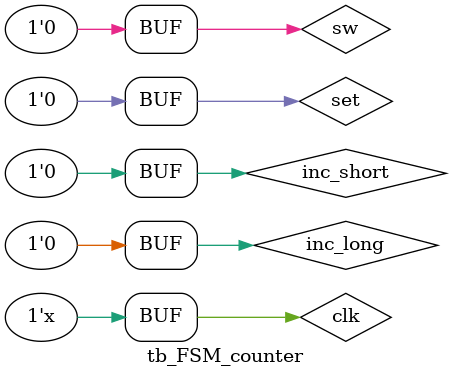
<source format=v>
`timescale 1ms/1ns
module tb_FSM_counter();

reg clk;
reg inc_short;
reg inc_long;
reg set;
reg sw;

wire [3:0] scan;
wire [6:0] decoder_out;



wire [13:0] seconds;
wire [13:0] minutes;
wire [13:0] hours;
wire [13:0] small_sec;
//clkdiv out
wire clk_10000Hz;
wire clk_scan;
//mux_to_sevseg out
wire [3:0] to_sevseg;
//debounce out
wire db_inc_short, db_inc_long, db_set, db_sw;
/*******************************************/
//BCDs outs
wire [3:0] small_ONES, small_TENS, small_HUNDREDS, small_thousands;
wire [3:0] second_ONES, second_TENS;
wire [3:0] min_ONES, min_TENS;
wire [3:0] hr_ONES, hr_TENS;
/*******************************************/
//which out
wire [1:0] sel;
/*******************************************/
//FSM out
wire counter_enable;
wire [1:0]mux;
//mux, choose to display counter or regtime, 
//[00, counter], [10, regalarm], [11, regstopwatch]
wire mux_outmode;
//tell mux to output hr_min or min_sec
//[0, hr_min], [1, min_sec]
wire time_setting_enable;
wire time_hr_or_min;//regtime, to choose mode setting hr0 or min1
wire regalarm_setting_enable;
wire regalarm_hr_or_min;//regalarm, to choose mode setting hr0 or min1
/*******************************************/
/*******************************************/
//mux_time_mode out
wire [3:0] left_ONES;
wire [3:0] left_TENS;
wire [3:0] right_ONES;
wire [3:0] right_TENS;
/*******************************************/
clkdiv clkdiv(
    .mclk(clk),

    .clk_counter(clk_10000Hz),
    .clk_scan(clk_scan)
);
control_which_scan control_which_scan(
    .clk(clk_scan),

    .sel(sel)
);
sev_scan sev_scan(
    .sel(sel),

    .scan(scan)
);

debounce debounce_inc_short(
    .inp(inc_short),
    .clk(clk_10000Hz),

    .outp(db_inc_short)
);

debounce debounce_inc_long(
    .inp(inc_long),
    .clk(clk_10000Hz),

    .outp(db_inc_long)
);
debounce debounce_set(
    .inp(set),
    .clk(clk_10000Hz),

    .outp(db_set)
);
debounce debounce_sw(
    .inp(sw),
    .clk(clk_10000Hz),

    .outp(db_sw)
);

mux_time_mode mux_time_mode(
    .hr_or_min(mux_outmode),
    .second_ONES(second_ONES),
    .second_TENS(second_TENS),
    .min_ONES(min_ONES),
    .min_TENS(min_TENS),
    .hr_ONES(hr_ONES),
    .hr_TENS(hr_TENS),

    .left_ONES(left_ONES),
    .left_TENS(left_TENS),
    .right_ONES(right_ONES),
    .right_TENS(right_TENS)
);

FSM FSM(
    .clk(clk_10000Hz),
    .inc_short(db_inc_short),
    .inc_long(db_inc_long),
    .set(db_set),
    .sw(db_sw),
    
    .counter_enable(counter_enable),
    .mux(mux),
    .mux_outmode(mux_outmode),
    .time_setting_enable(time_setting_enable),
    .time_hr_or_min(time_hr_or_min),
    .regalarm_setting_enable(regalarm_setting_enable),
    .regalarm_hr_or_min(regalarm_hr_or_min)
);

Bigger_BCD counter_BCD(
    .small_sec_in(small_sec),
    .sec_in(seconds),
    .min_in(minutes),
    .hr_in(hours),

    .small_ONES(small_ONES),
    .small_TENS(small_TENS),
    .small_HUNDREDS(small_HUNDREDS),
    .small_thousands(small_thousands),
    .second_ONES(second_ONES),
    .second_TENS(second_TENS),
    .min_ONES(min_ONES),
    .min_TENS(min_TENS),
    .hr_ONES(hr_ONES),
    .hr_TENS(hr_TENS)
);

counter counter(
    .clk_10000Hz(clk_10000Hz),
    .enable(counter_enable),
    .setting_enable(time_setting_enable),
    .set_hr_or_min(time_hr_or_min),
    .inc_short(db_inc_short),

    .seconds_out(seconds), 
    .minutes_out(minutes), 
    .small_sec_out(small_sec),  
    .hours_out(hours)
);
mux_to_sevseg mux_to_sevseg(
    .sel(sel),
    .left_ONES(left_ONES),
    .left_TENS(left_TENS),
    .right_ONES(right_ONES),
    .right_TENS(right_TENS),

    .to_sevseg(to_sevseg)
);
sev_decoder sev_decoder(
    .x(to_sevseg),

    .seg(decoder_out)
);



always #5 clk = ~clk;

initial begin

    //initialize
    clk = 0;
    inc_long = 0;
    inc_short = 0;
    sw = 0;
    set = 0;
    //start
    #100000
    set = 1;
    #330000
    set = 0;
    #430000
    inc_short = 1;
    #330000
    inc_short = 0;
end

endmodule 

</source>
